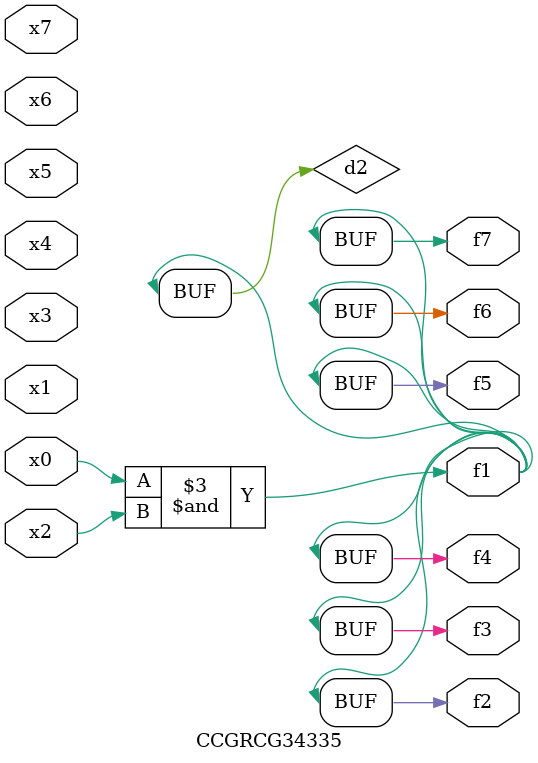
<source format=v>
module CCGRCG34335(
	input x0, x1, x2, x3, x4, x5, x6, x7,
	output f1, f2, f3, f4, f5, f6, f7
);

	wire d1, d2;

	nor (d1, x3, x6);
	and (d2, x0, x2);
	assign f1 = d2;
	assign f2 = d2;
	assign f3 = d2;
	assign f4 = d2;
	assign f5 = d2;
	assign f6 = d2;
	assign f7 = d2;
endmodule

</source>
